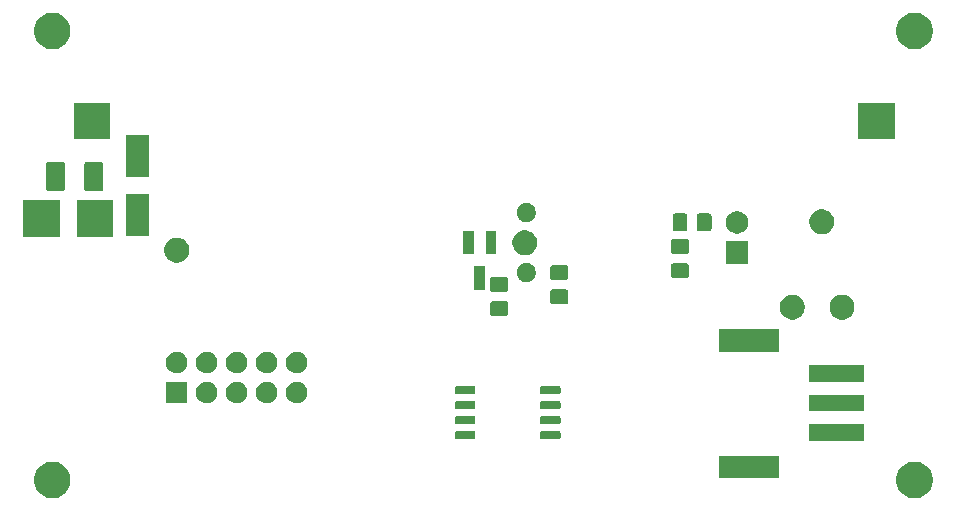
<source format=gbr>
G04 #@! TF.GenerationSoftware,KiCad,Pcbnew,(5.1.5-0-10_14)*
G04 #@! TF.CreationDate,2020-04-18T14:37:19+10:00*
G04 #@! TF.ProjectId,hrem,6872656d-2e6b-4696-9361-645f70636258,rev?*
G04 #@! TF.SameCoordinates,Original*
G04 #@! TF.FileFunction,Soldermask,Top*
G04 #@! TF.FilePolarity,Negative*
%FSLAX46Y46*%
G04 Gerber Fmt 4.6, Leading zero omitted, Abs format (unit mm)*
G04 Created by KiCad (PCBNEW (5.1.5-0-10_14)) date 2020-04-18 14:37:19*
%MOMM*%
%LPD*%
G04 APERTURE LIST*
%ADD10C,0.100000*%
G04 APERTURE END LIST*
D10*
G36*
X132611585Y-82833802D02*
G01*
X132761410Y-82863604D01*
X133043674Y-82980521D01*
X133297705Y-83150259D01*
X133513741Y-83366295D01*
X133683479Y-83620326D01*
X133800396Y-83902590D01*
X133860000Y-84202240D01*
X133860000Y-84507760D01*
X133800396Y-84807410D01*
X133683479Y-85089674D01*
X133513741Y-85343705D01*
X133297705Y-85559741D01*
X133043674Y-85729479D01*
X132761410Y-85846396D01*
X132611585Y-85876198D01*
X132461761Y-85906000D01*
X132156239Y-85906000D01*
X132006415Y-85876198D01*
X131856590Y-85846396D01*
X131574326Y-85729479D01*
X131320295Y-85559741D01*
X131104259Y-85343705D01*
X130934521Y-85089674D01*
X130817604Y-84807410D01*
X130758000Y-84507760D01*
X130758000Y-84202240D01*
X130817604Y-83902590D01*
X130934521Y-83620326D01*
X131104259Y-83366295D01*
X131320295Y-83150259D01*
X131574326Y-82980521D01*
X131856590Y-82863604D01*
X132006415Y-82833802D01*
X132156239Y-82804000D01*
X132461761Y-82804000D01*
X132611585Y-82833802D01*
G37*
G36*
X59611585Y-82833802D02*
G01*
X59761410Y-82863604D01*
X60043674Y-82980521D01*
X60297705Y-83150259D01*
X60513741Y-83366295D01*
X60683479Y-83620326D01*
X60800396Y-83902590D01*
X60860000Y-84202240D01*
X60860000Y-84507760D01*
X60800396Y-84807410D01*
X60683479Y-85089674D01*
X60513741Y-85343705D01*
X60297705Y-85559741D01*
X60043674Y-85729479D01*
X59761410Y-85846396D01*
X59611585Y-85876198D01*
X59461761Y-85906000D01*
X59156239Y-85906000D01*
X59006415Y-85876198D01*
X58856590Y-85846396D01*
X58574326Y-85729479D01*
X58320295Y-85559741D01*
X58104259Y-85343705D01*
X57934521Y-85089674D01*
X57817604Y-84807410D01*
X57758000Y-84507760D01*
X57758000Y-84202240D01*
X57817604Y-83902590D01*
X57934521Y-83620326D01*
X58104259Y-83366295D01*
X58320295Y-83150259D01*
X58574326Y-82980521D01*
X58856590Y-82863604D01*
X59006415Y-82833802D01*
X59156239Y-82804000D01*
X59461761Y-82804000D01*
X59611585Y-82833802D01*
G37*
G36*
X120863000Y-84202000D02*
G01*
X115761000Y-84202000D01*
X115761000Y-82300000D01*
X120863000Y-82300000D01*
X120863000Y-84202000D01*
G37*
G36*
X128013000Y-81052000D02*
G01*
X123411000Y-81052000D01*
X123411000Y-79650000D01*
X128013000Y-79650000D01*
X128013000Y-81052000D01*
G37*
G36*
X102257428Y-80233264D02*
G01*
X102278509Y-80239660D01*
X102297945Y-80250048D01*
X102314976Y-80264024D01*
X102328952Y-80281055D01*
X102339340Y-80300491D01*
X102345736Y-80321572D01*
X102348500Y-80349640D01*
X102348500Y-80813360D01*
X102345736Y-80841428D01*
X102339340Y-80862509D01*
X102328952Y-80881945D01*
X102314976Y-80898976D01*
X102297945Y-80912952D01*
X102278509Y-80923340D01*
X102257428Y-80929736D01*
X102229360Y-80932500D01*
X100765640Y-80932500D01*
X100737572Y-80929736D01*
X100716491Y-80923340D01*
X100697055Y-80912952D01*
X100680024Y-80898976D01*
X100666048Y-80881945D01*
X100655660Y-80862509D01*
X100649264Y-80841428D01*
X100646500Y-80813360D01*
X100646500Y-80349640D01*
X100649264Y-80321572D01*
X100655660Y-80300491D01*
X100666048Y-80281055D01*
X100680024Y-80264024D01*
X100697055Y-80250048D01*
X100716491Y-80239660D01*
X100737572Y-80233264D01*
X100765640Y-80230500D01*
X102229360Y-80230500D01*
X102257428Y-80233264D01*
G37*
G36*
X95057428Y-80233264D02*
G01*
X95078509Y-80239660D01*
X95097945Y-80250048D01*
X95114976Y-80264024D01*
X95128952Y-80281055D01*
X95139340Y-80300491D01*
X95145736Y-80321572D01*
X95148500Y-80349640D01*
X95148500Y-80813360D01*
X95145736Y-80841428D01*
X95139340Y-80862509D01*
X95128952Y-80881945D01*
X95114976Y-80898976D01*
X95097945Y-80912952D01*
X95078509Y-80923340D01*
X95057428Y-80929736D01*
X95029360Y-80932500D01*
X93565640Y-80932500D01*
X93537572Y-80929736D01*
X93516491Y-80923340D01*
X93497055Y-80912952D01*
X93480024Y-80898976D01*
X93466048Y-80881945D01*
X93455660Y-80862509D01*
X93449264Y-80841428D01*
X93446500Y-80813360D01*
X93446500Y-80349640D01*
X93449264Y-80321572D01*
X93455660Y-80300491D01*
X93466048Y-80281055D01*
X93480024Y-80264024D01*
X93497055Y-80250048D01*
X93516491Y-80239660D01*
X93537572Y-80233264D01*
X93565640Y-80230500D01*
X95029360Y-80230500D01*
X95057428Y-80233264D01*
G37*
G36*
X102257428Y-78963264D02*
G01*
X102278509Y-78969660D01*
X102297945Y-78980048D01*
X102314976Y-78994024D01*
X102328952Y-79011055D01*
X102339340Y-79030491D01*
X102345736Y-79051572D01*
X102348500Y-79079640D01*
X102348500Y-79543360D01*
X102345736Y-79571428D01*
X102339340Y-79592509D01*
X102328952Y-79611945D01*
X102314976Y-79628976D01*
X102297945Y-79642952D01*
X102278509Y-79653340D01*
X102257428Y-79659736D01*
X102229360Y-79662500D01*
X100765640Y-79662500D01*
X100737572Y-79659736D01*
X100716491Y-79653340D01*
X100697055Y-79642952D01*
X100680024Y-79628976D01*
X100666048Y-79611945D01*
X100655660Y-79592509D01*
X100649264Y-79571428D01*
X100646500Y-79543360D01*
X100646500Y-79079640D01*
X100649264Y-79051572D01*
X100655660Y-79030491D01*
X100666048Y-79011055D01*
X100680024Y-78994024D01*
X100697055Y-78980048D01*
X100716491Y-78969660D01*
X100737572Y-78963264D01*
X100765640Y-78960500D01*
X102229360Y-78960500D01*
X102257428Y-78963264D01*
G37*
G36*
X95057428Y-78963264D02*
G01*
X95078509Y-78969660D01*
X95097945Y-78980048D01*
X95114976Y-78994024D01*
X95128952Y-79011055D01*
X95139340Y-79030491D01*
X95145736Y-79051572D01*
X95148500Y-79079640D01*
X95148500Y-79543360D01*
X95145736Y-79571428D01*
X95139340Y-79592509D01*
X95128952Y-79611945D01*
X95114976Y-79628976D01*
X95097945Y-79642952D01*
X95078509Y-79653340D01*
X95057428Y-79659736D01*
X95029360Y-79662500D01*
X93565640Y-79662500D01*
X93537572Y-79659736D01*
X93516491Y-79653340D01*
X93497055Y-79642952D01*
X93480024Y-79628976D01*
X93466048Y-79611945D01*
X93455660Y-79592509D01*
X93449264Y-79571428D01*
X93446500Y-79543360D01*
X93446500Y-79079640D01*
X93449264Y-79051572D01*
X93455660Y-79030491D01*
X93466048Y-79011055D01*
X93480024Y-78994024D01*
X93497055Y-78980048D01*
X93516491Y-78969660D01*
X93537572Y-78963264D01*
X93565640Y-78960500D01*
X95029360Y-78960500D01*
X95057428Y-78963264D01*
G37*
G36*
X128013000Y-78552000D02*
G01*
X123411000Y-78552000D01*
X123411000Y-77150000D01*
X128013000Y-77150000D01*
X128013000Y-78552000D01*
G37*
G36*
X102257428Y-77693264D02*
G01*
X102278509Y-77699660D01*
X102297945Y-77710048D01*
X102314976Y-77724024D01*
X102328952Y-77741055D01*
X102339340Y-77760491D01*
X102345736Y-77781572D01*
X102348500Y-77809640D01*
X102348500Y-78273360D01*
X102345736Y-78301428D01*
X102339340Y-78322509D01*
X102328952Y-78341945D01*
X102314976Y-78358976D01*
X102297945Y-78372952D01*
X102278509Y-78383340D01*
X102257428Y-78389736D01*
X102229360Y-78392500D01*
X100765640Y-78392500D01*
X100737572Y-78389736D01*
X100716491Y-78383340D01*
X100697055Y-78372952D01*
X100680024Y-78358976D01*
X100666048Y-78341945D01*
X100655660Y-78322509D01*
X100649264Y-78301428D01*
X100646500Y-78273360D01*
X100646500Y-77809640D01*
X100649264Y-77781572D01*
X100655660Y-77760491D01*
X100666048Y-77741055D01*
X100680024Y-77724024D01*
X100697055Y-77710048D01*
X100716491Y-77699660D01*
X100737572Y-77693264D01*
X100765640Y-77690500D01*
X102229360Y-77690500D01*
X102257428Y-77693264D01*
G37*
G36*
X95057428Y-77693264D02*
G01*
X95078509Y-77699660D01*
X95097945Y-77710048D01*
X95114976Y-77724024D01*
X95128952Y-77741055D01*
X95139340Y-77760491D01*
X95145736Y-77781572D01*
X95148500Y-77809640D01*
X95148500Y-78273360D01*
X95145736Y-78301428D01*
X95139340Y-78322509D01*
X95128952Y-78341945D01*
X95114976Y-78358976D01*
X95097945Y-78372952D01*
X95078509Y-78383340D01*
X95057428Y-78389736D01*
X95029360Y-78392500D01*
X93565640Y-78392500D01*
X93537572Y-78389736D01*
X93516491Y-78383340D01*
X93497055Y-78372952D01*
X93480024Y-78358976D01*
X93466048Y-78341945D01*
X93455660Y-78322509D01*
X93449264Y-78301428D01*
X93446500Y-78273360D01*
X93446500Y-77809640D01*
X93449264Y-77781572D01*
X93455660Y-77760491D01*
X93466048Y-77741055D01*
X93480024Y-77724024D01*
X93497055Y-77710048D01*
X93516491Y-77699660D01*
X93537572Y-77693264D01*
X93565640Y-77690500D01*
X95029360Y-77690500D01*
X95057428Y-77693264D01*
G37*
G36*
X70764600Y-77876600D02*
G01*
X68935400Y-77876600D01*
X68935400Y-76047400D01*
X70764600Y-76047400D01*
X70764600Y-77876600D01*
G37*
G36*
X72656778Y-76082547D02*
G01*
X72823224Y-76151491D01*
X72973022Y-76251583D01*
X73100417Y-76378978D01*
X73200509Y-76528776D01*
X73269453Y-76695222D01*
X73304600Y-76871918D01*
X73304600Y-77052082D01*
X73269453Y-77228778D01*
X73200509Y-77395224D01*
X73100417Y-77545022D01*
X72973022Y-77672417D01*
X72823224Y-77772509D01*
X72656778Y-77841453D01*
X72480082Y-77876600D01*
X72299918Y-77876600D01*
X72123222Y-77841453D01*
X71956776Y-77772509D01*
X71806978Y-77672417D01*
X71679583Y-77545022D01*
X71579491Y-77395224D01*
X71510547Y-77228778D01*
X71475400Y-77052082D01*
X71475400Y-76871918D01*
X71510547Y-76695222D01*
X71579491Y-76528776D01*
X71679583Y-76378978D01*
X71806978Y-76251583D01*
X71956776Y-76151491D01*
X72123222Y-76082547D01*
X72299918Y-76047400D01*
X72480082Y-76047400D01*
X72656778Y-76082547D01*
G37*
G36*
X75196778Y-76082547D02*
G01*
X75363224Y-76151491D01*
X75513022Y-76251583D01*
X75640417Y-76378978D01*
X75740509Y-76528776D01*
X75809453Y-76695222D01*
X75844600Y-76871918D01*
X75844600Y-77052082D01*
X75809453Y-77228778D01*
X75740509Y-77395224D01*
X75640417Y-77545022D01*
X75513022Y-77672417D01*
X75363224Y-77772509D01*
X75196778Y-77841453D01*
X75020082Y-77876600D01*
X74839918Y-77876600D01*
X74663222Y-77841453D01*
X74496776Y-77772509D01*
X74346978Y-77672417D01*
X74219583Y-77545022D01*
X74119491Y-77395224D01*
X74050547Y-77228778D01*
X74015400Y-77052082D01*
X74015400Y-76871918D01*
X74050547Y-76695222D01*
X74119491Y-76528776D01*
X74219583Y-76378978D01*
X74346978Y-76251583D01*
X74496776Y-76151491D01*
X74663222Y-76082547D01*
X74839918Y-76047400D01*
X75020082Y-76047400D01*
X75196778Y-76082547D01*
G37*
G36*
X77736778Y-76082547D02*
G01*
X77903224Y-76151491D01*
X78053022Y-76251583D01*
X78180417Y-76378978D01*
X78280509Y-76528776D01*
X78349453Y-76695222D01*
X78384600Y-76871918D01*
X78384600Y-77052082D01*
X78349453Y-77228778D01*
X78280509Y-77395224D01*
X78180417Y-77545022D01*
X78053022Y-77672417D01*
X77903224Y-77772509D01*
X77736778Y-77841453D01*
X77560082Y-77876600D01*
X77379918Y-77876600D01*
X77203222Y-77841453D01*
X77036776Y-77772509D01*
X76886978Y-77672417D01*
X76759583Y-77545022D01*
X76659491Y-77395224D01*
X76590547Y-77228778D01*
X76555400Y-77052082D01*
X76555400Y-76871918D01*
X76590547Y-76695222D01*
X76659491Y-76528776D01*
X76759583Y-76378978D01*
X76886978Y-76251583D01*
X77036776Y-76151491D01*
X77203222Y-76082547D01*
X77379918Y-76047400D01*
X77560082Y-76047400D01*
X77736778Y-76082547D01*
G37*
G36*
X80276778Y-76082547D02*
G01*
X80443224Y-76151491D01*
X80593022Y-76251583D01*
X80720417Y-76378978D01*
X80820509Y-76528776D01*
X80889453Y-76695222D01*
X80924600Y-76871918D01*
X80924600Y-77052082D01*
X80889453Y-77228778D01*
X80820509Y-77395224D01*
X80720417Y-77545022D01*
X80593022Y-77672417D01*
X80443224Y-77772509D01*
X80276778Y-77841453D01*
X80100082Y-77876600D01*
X79919918Y-77876600D01*
X79743222Y-77841453D01*
X79576776Y-77772509D01*
X79426978Y-77672417D01*
X79299583Y-77545022D01*
X79199491Y-77395224D01*
X79130547Y-77228778D01*
X79095400Y-77052082D01*
X79095400Y-76871918D01*
X79130547Y-76695222D01*
X79199491Y-76528776D01*
X79299583Y-76378978D01*
X79426978Y-76251583D01*
X79576776Y-76151491D01*
X79743222Y-76082547D01*
X79919918Y-76047400D01*
X80100082Y-76047400D01*
X80276778Y-76082547D01*
G37*
G36*
X102257428Y-76423264D02*
G01*
X102278509Y-76429660D01*
X102297945Y-76440048D01*
X102314976Y-76454024D01*
X102328952Y-76471055D01*
X102339340Y-76490491D01*
X102345736Y-76511572D01*
X102348500Y-76539640D01*
X102348500Y-77003360D01*
X102345736Y-77031428D01*
X102339340Y-77052509D01*
X102328952Y-77071945D01*
X102314976Y-77088976D01*
X102297945Y-77102952D01*
X102278509Y-77113340D01*
X102257428Y-77119736D01*
X102229360Y-77122500D01*
X100765640Y-77122500D01*
X100737572Y-77119736D01*
X100716491Y-77113340D01*
X100697055Y-77102952D01*
X100680024Y-77088976D01*
X100666048Y-77071945D01*
X100655660Y-77052509D01*
X100649264Y-77031428D01*
X100646500Y-77003360D01*
X100646500Y-76539640D01*
X100649264Y-76511572D01*
X100655660Y-76490491D01*
X100666048Y-76471055D01*
X100680024Y-76454024D01*
X100697055Y-76440048D01*
X100716491Y-76429660D01*
X100737572Y-76423264D01*
X100765640Y-76420500D01*
X102229360Y-76420500D01*
X102257428Y-76423264D01*
G37*
G36*
X95057428Y-76423264D02*
G01*
X95078509Y-76429660D01*
X95097945Y-76440048D01*
X95114976Y-76454024D01*
X95128952Y-76471055D01*
X95139340Y-76490491D01*
X95145736Y-76511572D01*
X95148500Y-76539640D01*
X95148500Y-77003360D01*
X95145736Y-77031428D01*
X95139340Y-77052509D01*
X95128952Y-77071945D01*
X95114976Y-77088976D01*
X95097945Y-77102952D01*
X95078509Y-77113340D01*
X95057428Y-77119736D01*
X95029360Y-77122500D01*
X93565640Y-77122500D01*
X93537572Y-77119736D01*
X93516491Y-77113340D01*
X93497055Y-77102952D01*
X93480024Y-77088976D01*
X93466048Y-77071945D01*
X93455660Y-77052509D01*
X93449264Y-77031428D01*
X93446500Y-77003360D01*
X93446500Y-76539640D01*
X93449264Y-76511572D01*
X93455660Y-76490491D01*
X93466048Y-76471055D01*
X93480024Y-76454024D01*
X93497055Y-76440048D01*
X93516491Y-76429660D01*
X93537572Y-76423264D01*
X93565640Y-76420500D01*
X95029360Y-76420500D01*
X95057428Y-76423264D01*
G37*
G36*
X128013000Y-76052000D02*
G01*
X123411000Y-76052000D01*
X123411000Y-74650000D01*
X128013000Y-74650000D01*
X128013000Y-76052000D01*
G37*
G36*
X70116778Y-73542547D02*
G01*
X70283224Y-73611491D01*
X70433022Y-73711583D01*
X70560417Y-73838978D01*
X70660509Y-73988776D01*
X70729453Y-74155222D01*
X70764600Y-74331918D01*
X70764600Y-74512082D01*
X70729453Y-74688778D01*
X70660509Y-74855224D01*
X70560417Y-75005022D01*
X70433022Y-75132417D01*
X70283224Y-75232509D01*
X70116778Y-75301453D01*
X69940082Y-75336600D01*
X69759918Y-75336600D01*
X69583222Y-75301453D01*
X69416776Y-75232509D01*
X69266978Y-75132417D01*
X69139583Y-75005022D01*
X69039491Y-74855224D01*
X68970547Y-74688778D01*
X68935400Y-74512082D01*
X68935400Y-74331918D01*
X68970547Y-74155222D01*
X69039491Y-73988776D01*
X69139583Y-73838978D01*
X69266978Y-73711583D01*
X69416776Y-73611491D01*
X69583222Y-73542547D01*
X69759918Y-73507400D01*
X69940082Y-73507400D01*
X70116778Y-73542547D01*
G37*
G36*
X80276778Y-73542547D02*
G01*
X80443224Y-73611491D01*
X80593022Y-73711583D01*
X80720417Y-73838978D01*
X80820509Y-73988776D01*
X80889453Y-74155222D01*
X80924600Y-74331918D01*
X80924600Y-74512082D01*
X80889453Y-74688778D01*
X80820509Y-74855224D01*
X80720417Y-75005022D01*
X80593022Y-75132417D01*
X80443224Y-75232509D01*
X80276778Y-75301453D01*
X80100082Y-75336600D01*
X79919918Y-75336600D01*
X79743222Y-75301453D01*
X79576776Y-75232509D01*
X79426978Y-75132417D01*
X79299583Y-75005022D01*
X79199491Y-74855224D01*
X79130547Y-74688778D01*
X79095400Y-74512082D01*
X79095400Y-74331918D01*
X79130547Y-74155222D01*
X79199491Y-73988776D01*
X79299583Y-73838978D01*
X79426978Y-73711583D01*
X79576776Y-73611491D01*
X79743222Y-73542547D01*
X79919918Y-73507400D01*
X80100082Y-73507400D01*
X80276778Y-73542547D01*
G37*
G36*
X77736778Y-73542547D02*
G01*
X77903224Y-73611491D01*
X78053022Y-73711583D01*
X78180417Y-73838978D01*
X78280509Y-73988776D01*
X78349453Y-74155222D01*
X78384600Y-74331918D01*
X78384600Y-74512082D01*
X78349453Y-74688778D01*
X78280509Y-74855224D01*
X78180417Y-75005022D01*
X78053022Y-75132417D01*
X77903224Y-75232509D01*
X77736778Y-75301453D01*
X77560082Y-75336600D01*
X77379918Y-75336600D01*
X77203222Y-75301453D01*
X77036776Y-75232509D01*
X76886978Y-75132417D01*
X76759583Y-75005022D01*
X76659491Y-74855224D01*
X76590547Y-74688778D01*
X76555400Y-74512082D01*
X76555400Y-74331918D01*
X76590547Y-74155222D01*
X76659491Y-73988776D01*
X76759583Y-73838978D01*
X76886978Y-73711583D01*
X77036776Y-73611491D01*
X77203222Y-73542547D01*
X77379918Y-73507400D01*
X77560082Y-73507400D01*
X77736778Y-73542547D01*
G37*
G36*
X75196778Y-73542547D02*
G01*
X75363224Y-73611491D01*
X75513022Y-73711583D01*
X75640417Y-73838978D01*
X75740509Y-73988776D01*
X75809453Y-74155222D01*
X75844600Y-74331918D01*
X75844600Y-74512082D01*
X75809453Y-74688778D01*
X75740509Y-74855224D01*
X75640417Y-75005022D01*
X75513022Y-75132417D01*
X75363224Y-75232509D01*
X75196778Y-75301453D01*
X75020082Y-75336600D01*
X74839918Y-75336600D01*
X74663222Y-75301453D01*
X74496776Y-75232509D01*
X74346978Y-75132417D01*
X74219583Y-75005022D01*
X74119491Y-74855224D01*
X74050547Y-74688778D01*
X74015400Y-74512082D01*
X74015400Y-74331918D01*
X74050547Y-74155222D01*
X74119491Y-73988776D01*
X74219583Y-73838978D01*
X74346978Y-73711583D01*
X74496776Y-73611491D01*
X74663222Y-73542547D01*
X74839918Y-73507400D01*
X75020082Y-73507400D01*
X75196778Y-73542547D01*
G37*
G36*
X72656778Y-73542547D02*
G01*
X72823224Y-73611491D01*
X72973022Y-73711583D01*
X73100417Y-73838978D01*
X73200509Y-73988776D01*
X73269453Y-74155222D01*
X73304600Y-74331918D01*
X73304600Y-74512082D01*
X73269453Y-74688778D01*
X73200509Y-74855224D01*
X73100417Y-75005022D01*
X72973022Y-75132417D01*
X72823224Y-75232509D01*
X72656778Y-75301453D01*
X72480082Y-75336600D01*
X72299918Y-75336600D01*
X72123222Y-75301453D01*
X71956776Y-75232509D01*
X71806978Y-75132417D01*
X71679583Y-75005022D01*
X71579491Y-74855224D01*
X71510547Y-74688778D01*
X71475400Y-74512082D01*
X71475400Y-74331918D01*
X71510547Y-74155222D01*
X71579491Y-73988776D01*
X71679583Y-73838978D01*
X71806978Y-73711583D01*
X71956776Y-73611491D01*
X72123222Y-73542547D01*
X72299918Y-73507400D01*
X72480082Y-73507400D01*
X72656778Y-73542547D01*
G37*
G36*
X120863000Y-73502000D02*
G01*
X115761000Y-73502000D01*
X115761000Y-71600000D01*
X120863000Y-71600000D01*
X120863000Y-73502000D01*
G37*
G36*
X122290064Y-68712389D02*
G01*
X122481333Y-68791615D01*
X122481335Y-68791616D01*
X122653473Y-68906635D01*
X122799865Y-69053027D01*
X122914106Y-69224000D01*
X122914885Y-69225167D01*
X122994111Y-69416436D01*
X123034500Y-69619484D01*
X123034500Y-69826516D01*
X122994111Y-70029564D01*
X122921929Y-70203827D01*
X122914884Y-70220835D01*
X122799865Y-70392973D01*
X122653473Y-70539365D01*
X122481335Y-70654384D01*
X122481334Y-70654385D01*
X122481333Y-70654385D01*
X122290064Y-70733611D01*
X122087016Y-70774000D01*
X121879984Y-70774000D01*
X121676936Y-70733611D01*
X121485667Y-70654385D01*
X121485666Y-70654385D01*
X121485665Y-70654384D01*
X121313527Y-70539365D01*
X121167135Y-70392973D01*
X121052116Y-70220835D01*
X121045071Y-70203827D01*
X120972889Y-70029564D01*
X120932500Y-69826516D01*
X120932500Y-69619484D01*
X120972889Y-69416436D01*
X121052115Y-69225167D01*
X121052895Y-69224000D01*
X121167135Y-69053027D01*
X121313527Y-68906635D01*
X121485665Y-68791616D01*
X121485667Y-68791615D01*
X121676936Y-68712389D01*
X121879984Y-68672000D01*
X122087016Y-68672000D01*
X122290064Y-68712389D01*
G37*
G36*
X126481064Y-68712389D02*
G01*
X126672333Y-68791615D01*
X126672335Y-68791616D01*
X126844473Y-68906635D01*
X126990865Y-69053027D01*
X127105106Y-69224000D01*
X127105885Y-69225167D01*
X127185111Y-69416436D01*
X127225500Y-69619484D01*
X127225500Y-69826516D01*
X127185111Y-70029564D01*
X127112929Y-70203827D01*
X127105884Y-70220835D01*
X126990865Y-70392973D01*
X126844473Y-70539365D01*
X126672335Y-70654384D01*
X126672334Y-70654385D01*
X126672333Y-70654385D01*
X126481064Y-70733611D01*
X126278016Y-70774000D01*
X126070984Y-70774000D01*
X125867936Y-70733611D01*
X125676667Y-70654385D01*
X125676666Y-70654385D01*
X125676665Y-70654384D01*
X125504527Y-70539365D01*
X125358135Y-70392973D01*
X125243116Y-70220835D01*
X125236071Y-70203827D01*
X125163889Y-70029564D01*
X125123500Y-69826516D01*
X125123500Y-69619484D01*
X125163889Y-69416436D01*
X125243115Y-69225167D01*
X125243895Y-69224000D01*
X125358135Y-69053027D01*
X125504527Y-68906635D01*
X125676665Y-68791616D01*
X125676667Y-68791615D01*
X125867936Y-68712389D01*
X126070984Y-68672000D01*
X126278016Y-68672000D01*
X126481064Y-68712389D01*
G37*
G36*
X97743674Y-69228465D02*
G01*
X97781367Y-69239899D01*
X97816103Y-69258466D01*
X97846548Y-69283452D01*
X97871534Y-69313897D01*
X97890101Y-69348633D01*
X97901535Y-69386326D01*
X97906000Y-69431661D01*
X97906000Y-70268339D01*
X97901535Y-70313674D01*
X97890101Y-70351367D01*
X97871534Y-70386103D01*
X97846548Y-70416548D01*
X97816103Y-70441534D01*
X97781367Y-70460101D01*
X97743674Y-70471535D01*
X97698339Y-70476000D01*
X96611661Y-70476000D01*
X96566326Y-70471535D01*
X96528633Y-70460101D01*
X96493897Y-70441534D01*
X96463452Y-70416548D01*
X96438466Y-70386103D01*
X96419899Y-70351367D01*
X96408465Y-70313674D01*
X96404000Y-70268339D01*
X96404000Y-69431661D01*
X96408465Y-69386326D01*
X96419899Y-69348633D01*
X96438466Y-69313897D01*
X96463452Y-69283452D01*
X96493897Y-69258466D01*
X96528633Y-69239899D01*
X96566326Y-69228465D01*
X96611661Y-69224000D01*
X97698339Y-69224000D01*
X97743674Y-69228465D01*
G37*
G36*
X102823674Y-68230465D02*
G01*
X102861367Y-68241899D01*
X102896103Y-68260466D01*
X102926548Y-68285452D01*
X102951534Y-68315897D01*
X102970101Y-68350633D01*
X102981535Y-68388326D01*
X102986000Y-68433661D01*
X102986000Y-69270339D01*
X102981535Y-69315674D01*
X102970101Y-69353367D01*
X102951534Y-69388103D01*
X102926548Y-69418548D01*
X102896103Y-69443534D01*
X102861367Y-69462101D01*
X102823674Y-69473535D01*
X102778339Y-69478000D01*
X101691661Y-69478000D01*
X101646326Y-69473535D01*
X101608633Y-69462101D01*
X101573897Y-69443534D01*
X101543452Y-69418548D01*
X101518466Y-69388103D01*
X101499899Y-69353367D01*
X101488465Y-69315674D01*
X101484000Y-69270339D01*
X101484000Y-68433661D01*
X101488465Y-68388326D01*
X101499899Y-68350633D01*
X101518466Y-68315897D01*
X101543452Y-68285452D01*
X101573897Y-68260466D01*
X101608633Y-68241899D01*
X101646326Y-68230465D01*
X101691661Y-68226000D01*
X102778339Y-68226000D01*
X102823674Y-68230465D01*
G37*
G36*
X97743674Y-67178465D02*
G01*
X97781367Y-67189899D01*
X97816103Y-67208466D01*
X97846548Y-67233452D01*
X97871534Y-67263897D01*
X97890101Y-67298633D01*
X97901535Y-67336326D01*
X97906000Y-67381661D01*
X97906000Y-68218339D01*
X97901535Y-68263674D01*
X97890101Y-68301367D01*
X97871534Y-68336103D01*
X97846548Y-68366548D01*
X97816103Y-68391534D01*
X97781367Y-68410101D01*
X97743674Y-68421535D01*
X97698339Y-68426000D01*
X96611661Y-68426000D01*
X96566326Y-68421535D01*
X96528633Y-68410101D01*
X96493897Y-68391534D01*
X96463452Y-68366548D01*
X96438466Y-68336103D01*
X96419899Y-68301367D01*
X96408465Y-68263674D01*
X96404000Y-68218339D01*
X96404000Y-67381661D01*
X96408465Y-67336326D01*
X96419899Y-67298633D01*
X96438466Y-67263897D01*
X96463452Y-67233452D01*
X96493897Y-67208466D01*
X96528633Y-67189899D01*
X96566326Y-67178465D01*
X96611661Y-67174000D01*
X97698339Y-67174000D01*
X97743674Y-67178465D01*
G37*
G36*
X95955000Y-68263000D02*
G01*
X95053000Y-68263000D01*
X95053000Y-66261000D01*
X95955000Y-66261000D01*
X95955000Y-68263000D01*
G37*
G36*
X99678142Y-66020242D02*
G01*
X99826101Y-66081529D01*
X99959255Y-66170499D01*
X100072501Y-66283745D01*
X100161471Y-66416899D01*
X100222758Y-66564858D01*
X100254000Y-66721925D01*
X100254000Y-66882075D01*
X100222758Y-67039142D01*
X100161471Y-67187101D01*
X100072501Y-67320255D01*
X99959255Y-67433501D01*
X99826101Y-67522471D01*
X99678142Y-67583758D01*
X99521075Y-67615000D01*
X99360925Y-67615000D01*
X99203858Y-67583758D01*
X99055899Y-67522471D01*
X98922745Y-67433501D01*
X98809499Y-67320255D01*
X98720529Y-67187101D01*
X98659242Y-67039142D01*
X98628000Y-66882075D01*
X98628000Y-66721925D01*
X98659242Y-66564858D01*
X98720529Y-66416899D01*
X98809499Y-66283745D01*
X98922745Y-66170499D01*
X99055899Y-66081529D01*
X99203858Y-66020242D01*
X99360925Y-65989000D01*
X99521075Y-65989000D01*
X99678142Y-66020242D01*
G37*
G36*
X102823674Y-66180465D02*
G01*
X102861367Y-66191899D01*
X102896103Y-66210466D01*
X102926548Y-66235452D01*
X102951534Y-66265897D01*
X102970101Y-66300633D01*
X102981535Y-66338326D01*
X102986000Y-66383661D01*
X102986000Y-67220339D01*
X102981535Y-67265674D01*
X102970101Y-67303367D01*
X102951534Y-67338103D01*
X102926548Y-67368548D01*
X102896103Y-67393534D01*
X102861367Y-67412101D01*
X102823674Y-67423535D01*
X102778339Y-67428000D01*
X101691661Y-67428000D01*
X101646326Y-67423535D01*
X101608633Y-67412101D01*
X101573897Y-67393534D01*
X101543452Y-67368548D01*
X101518466Y-67338103D01*
X101499899Y-67303367D01*
X101488465Y-67265674D01*
X101484000Y-67220339D01*
X101484000Y-66383661D01*
X101488465Y-66338326D01*
X101499899Y-66300633D01*
X101518466Y-66265897D01*
X101543452Y-66235452D01*
X101573897Y-66210466D01*
X101608633Y-66191899D01*
X101646326Y-66180465D01*
X101691661Y-66176000D01*
X102778339Y-66176000D01*
X102823674Y-66180465D01*
G37*
G36*
X113047174Y-66007965D02*
G01*
X113084867Y-66019399D01*
X113119603Y-66037966D01*
X113150048Y-66062952D01*
X113175034Y-66093397D01*
X113193601Y-66128133D01*
X113205035Y-66165826D01*
X113209500Y-66211161D01*
X113209500Y-67047839D01*
X113205035Y-67093174D01*
X113193601Y-67130867D01*
X113175034Y-67165603D01*
X113150048Y-67196048D01*
X113119603Y-67221034D01*
X113084867Y-67239601D01*
X113047174Y-67251035D01*
X113001839Y-67255500D01*
X111915161Y-67255500D01*
X111869826Y-67251035D01*
X111832133Y-67239601D01*
X111797397Y-67221034D01*
X111766952Y-67196048D01*
X111741966Y-67165603D01*
X111723399Y-67130867D01*
X111711965Y-67093174D01*
X111707500Y-67047839D01*
X111707500Y-66211161D01*
X111711965Y-66165826D01*
X111723399Y-66128133D01*
X111741966Y-66093397D01*
X111766952Y-66062952D01*
X111797397Y-66037966D01*
X111832133Y-66019399D01*
X111869826Y-66007965D01*
X111915161Y-66003500D01*
X113001839Y-66003500D01*
X113047174Y-66007965D01*
G37*
G36*
X118235500Y-66038500D02*
G01*
X116333500Y-66038500D01*
X116333500Y-64136500D01*
X118235500Y-64136500D01*
X118235500Y-66038500D01*
G37*
G36*
X70156564Y-63886389D02*
G01*
X70329364Y-63957965D01*
X70347835Y-63965616D01*
X70381284Y-63987966D01*
X70519973Y-64080635D01*
X70666365Y-64227027D01*
X70781385Y-64399167D01*
X70860611Y-64590436D01*
X70901000Y-64793484D01*
X70901000Y-65000516D01*
X70860611Y-65203564D01*
X70815281Y-65313000D01*
X70781384Y-65394835D01*
X70666365Y-65566973D01*
X70519973Y-65713365D01*
X70347835Y-65828384D01*
X70347834Y-65828385D01*
X70347833Y-65828385D01*
X70156564Y-65907611D01*
X69953516Y-65948000D01*
X69746484Y-65948000D01*
X69543436Y-65907611D01*
X69352167Y-65828385D01*
X69352166Y-65828385D01*
X69352165Y-65828384D01*
X69180027Y-65713365D01*
X69033635Y-65566973D01*
X68918616Y-65394835D01*
X68884719Y-65313000D01*
X68839389Y-65203564D01*
X68799000Y-65000516D01*
X68799000Y-64793484D01*
X68839389Y-64590436D01*
X68918615Y-64399167D01*
X69033635Y-64227027D01*
X69180027Y-64080635D01*
X69318716Y-63987966D01*
X69352165Y-63965616D01*
X69370636Y-63957965D01*
X69543436Y-63886389D01*
X69746484Y-63846000D01*
X69953516Y-63846000D01*
X70156564Y-63886389D01*
G37*
G36*
X99620564Y-63251389D02*
G01*
X99811833Y-63330615D01*
X99811835Y-63330616D01*
X99901106Y-63390265D01*
X99983973Y-63445635D01*
X100130365Y-63592027D01*
X100245385Y-63764167D01*
X100324611Y-63955436D01*
X100365000Y-64158484D01*
X100365000Y-64365516D01*
X100324611Y-64568564D01*
X100315551Y-64590436D01*
X100245384Y-64759835D01*
X100130365Y-64931973D01*
X99983973Y-65078365D01*
X99811835Y-65193384D01*
X99811834Y-65193385D01*
X99811833Y-65193385D01*
X99620564Y-65272611D01*
X99417516Y-65313000D01*
X99210484Y-65313000D01*
X99007436Y-65272611D01*
X98816167Y-65193385D01*
X98816166Y-65193385D01*
X98816165Y-65193384D01*
X98644027Y-65078365D01*
X98497635Y-64931973D01*
X98382616Y-64759835D01*
X98312449Y-64590436D01*
X98303389Y-64568564D01*
X98263000Y-64365516D01*
X98263000Y-64158484D01*
X98303389Y-63955436D01*
X98382615Y-63764167D01*
X98497635Y-63592027D01*
X98644027Y-63445635D01*
X98726894Y-63390265D01*
X98816165Y-63330616D01*
X98816167Y-63330615D01*
X99007436Y-63251389D01*
X99210484Y-63211000D01*
X99417516Y-63211000D01*
X99620564Y-63251389D01*
G37*
G36*
X95005000Y-65263000D02*
G01*
X94103000Y-65263000D01*
X94103000Y-63261000D01*
X95005000Y-63261000D01*
X95005000Y-65263000D01*
G37*
G36*
X96905000Y-65263000D02*
G01*
X96003000Y-65263000D01*
X96003000Y-63261000D01*
X96905000Y-63261000D01*
X96905000Y-65263000D01*
G37*
G36*
X113047174Y-63957965D02*
G01*
X113084867Y-63969399D01*
X113119603Y-63987966D01*
X113150048Y-64012952D01*
X113175034Y-64043397D01*
X113193601Y-64078133D01*
X113205035Y-64115826D01*
X113209500Y-64161161D01*
X113209500Y-64997839D01*
X113205035Y-65043174D01*
X113193601Y-65080867D01*
X113175034Y-65115603D01*
X113150048Y-65146048D01*
X113119603Y-65171034D01*
X113084867Y-65189601D01*
X113047174Y-65201035D01*
X113001839Y-65205500D01*
X111915161Y-65205500D01*
X111869826Y-65201035D01*
X111832133Y-65189601D01*
X111797397Y-65171034D01*
X111766952Y-65146048D01*
X111741966Y-65115603D01*
X111723399Y-65080867D01*
X111711965Y-65043174D01*
X111707500Y-64997839D01*
X111707500Y-64161161D01*
X111711965Y-64115826D01*
X111723399Y-64078133D01*
X111741966Y-64043397D01*
X111766952Y-64012952D01*
X111797397Y-63987966D01*
X111832133Y-63969399D01*
X111869826Y-63957965D01*
X111915161Y-63953500D01*
X113001839Y-63953500D01*
X113047174Y-63957965D01*
G37*
G36*
X64471000Y-63781000D02*
G01*
X61369000Y-63781000D01*
X61369000Y-60679000D01*
X64471000Y-60679000D01*
X64471000Y-63781000D01*
G37*
G36*
X59971000Y-63781000D02*
G01*
X56869000Y-63781000D01*
X56869000Y-60679000D01*
X59971000Y-60679000D01*
X59971000Y-63781000D01*
G37*
G36*
X67499000Y-63737000D02*
G01*
X65597000Y-63737000D01*
X65597000Y-60135000D01*
X67499000Y-60135000D01*
X67499000Y-63737000D01*
G37*
G36*
X124766564Y-61473389D02*
G01*
X124957833Y-61552615D01*
X124957835Y-61552616D01*
X125129973Y-61667635D01*
X125276365Y-61814027D01*
X125373117Y-61958826D01*
X125391385Y-61986167D01*
X125470611Y-62177436D01*
X125511000Y-62380484D01*
X125511000Y-62587516D01*
X125470611Y-62790564D01*
X125456390Y-62824896D01*
X125391384Y-62981835D01*
X125276365Y-63153973D01*
X125129973Y-63300365D01*
X124957835Y-63415384D01*
X124957834Y-63415385D01*
X124957833Y-63415385D01*
X124766564Y-63494611D01*
X124563516Y-63535000D01*
X124356484Y-63535000D01*
X124153436Y-63494611D01*
X123962167Y-63415385D01*
X123962166Y-63415385D01*
X123962165Y-63415384D01*
X123790027Y-63300365D01*
X123643635Y-63153973D01*
X123528616Y-62981835D01*
X123463610Y-62824896D01*
X123449389Y-62790564D01*
X123409000Y-62587516D01*
X123409000Y-62380484D01*
X123449389Y-62177436D01*
X123528615Y-61986167D01*
X123546884Y-61958826D01*
X123643635Y-61814027D01*
X123790027Y-61667635D01*
X123962165Y-61552616D01*
X123962167Y-61552615D01*
X124153436Y-61473389D01*
X124356484Y-61433000D01*
X124563516Y-61433000D01*
X124766564Y-61473389D01*
G37*
G36*
X117561895Y-61633046D02*
G01*
X117734966Y-61704734D01*
X117734967Y-61704735D01*
X117890727Y-61808810D01*
X118023190Y-61941273D01*
X118035130Y-61959143D01*
X118127266Y-62097034D01*
X118198954Y-62270105D01*
X118235500Y-62453833D01*
X118235500Y-62641167D01*
X118198954Y-62824895D01*
X118127266Y-62997966D01*
X118127265Y-62997967D01*
X118023190Y-63153727D01*
X117890727Y-63286190D01*
X117824240Y-63330615D01*
X117734966Y-63390266D01*
X117561895Y-63461954D01*
X117378167Y-63498500D01*
X117190833Y-63498500D01*
X117007105Y-63461954D01*
X116834034Y-63390266D01*
X116744760Y-63330615D01*
X116678273Y-63286190D01*
X116545810Y-63153727D01*
X116441735Y-62997967D01*
X116441734Y-62997966D01*
X116370046Y-62824895D01*
X116333500Y-62641167D01*
X116333500Y-62453833D01*
X116370046Y-62270105D01*
X116441734Y-62097034D01*
X116533870Y-61959143D01*
X116545810Y-61941273D01*
X116678273Y-61808810D01*
X116834033Y-61704735D01*
X116834034Y-61704734D01*
X117007105Y-61633046D01*
X117190833Y-61596500D01*
X117378167Y-61596500D01*
X117561895Y-61633046D01*
G37*
G36*
X112922174Y-61800965D02*
G01*
X112959867Y-61812399D01*
X112994603Y-61830966D01*
X113025048Y-61855952D01*
X113050034Y-61886397D01*
X113068601Y-61921133D01*
X113080035Y-61958826D01*
X113084500Y-62004161D01*
X113084500Y-63090839D01*
X113080035Y-63136174D01*
X113068601Y-63173867D01*
X113050034Y-63208603D01*
X113025048Y-63239048D01*
X112994603Y-63264034D01*
X112959867Y-63282601D01*
X112922174Y-63294035D01*
X112876839Y-63298500D01*
X112040161Y-63298500D01*
X111994826Y-63294035D01*
X111957133Y-63282601D01*
X111922397Y-63264034D01*
X111891952Y-63239048D01*
X111866966Y-63208603D01*
X111848399Y-63173867D01*
X111836965Y-63136174D01*
X111832500Y-63090839D01*
X111832500Y-62004161D01*
X111836965Y-61958826D01*
X111848399Y-61921133D01*
X111866966Y-61886397D01*
X111891952Y-61855952D01*
X111922397Y-61830966D01*
X111957133Y-61812399D01*
X111994826Y-61800965D01*
X112040161Y-61796500D01*
X112876839Y-61796500D01*
X112922174Y-61800965D01*
G37*
G36*
X114972174Y-61800965D02*
G01*
X115009867Y-61812399D01*
X115044603Y-61830966D01*
X115075048Y-61855952D01*
X115100034Y-61886397D01*
X115118601Y-61921133D01*
X115130035Y-61958826D01*
X115134500Y-62004161D01*
X115134500Y-63090839D01*
X115130035Y-63136174D01*
X115118601Y-63173867D01*
X115100034Y-63208603D01*
X115075048Y-63239048D01*
X115044603Y-63264034D01*
X115009867Y-63282601D01*
X114972174Y-63294035D01*
X114926839Y-63298500D01*
X114090161Y-63298500D01*
X114044826Y-63294035D01*
X114007133Y-63282601D01*
X113972397Y-63264034D01*
X113941952Y-63239048D01*
X113916966Y-63208603D01*
X113898399Y-63173867D01*
X113886965Y-63136174D01*
X113882500Y-63090839D01*
X113882500Y-62004161D01*
X113886965Y-61958826D01*
X113898399Y-61921133D01*
X113916966Y-61886397D01*
X113941952Y-61855952D01*
X113972397Y-61830966D01*
X114007133Y-61812399D01*
X114044826Y-61800965D01*
X114090161Y-61796500D01*
X114926839Y-61796500D01*
X114972174Y-61800965D01*
G37*
G36*
X99678142Y-60940242D02*
G01*
X99826101Y-61001529D01*
X99959255Y-61090499D01*
X100072501Y-61203745D01*
X100161471Y-61336899D01*
X100222758Y-61484858D01*
X100254000Y-61641925D01*
X100254000Y-61802075D01*
X100222758Y-61959142D01*
X100161471Y-62107101D01*
X100072501Y-62240255D01*
X99959255Y-62353501D01*
X99826101Y-62442471D01*
X99678142Y-62503758D01*
X99521075Y-62535000D01*
X99360925Y-62535000D01*
X99203858Y-62503758D01*
X99055899Y-62442471D01*
X98922745Y-62353501D01*
X98809499Y-62240255D01*
X98720529Y-62107101D01*
X98659242Y-61959142D01*
X98628000Y-61802075D01*
X98628000Y-61641925D01*
X98659242Y-61484858D01*
X98720529Y-61336899D01*
X98809499Y-61203745D01*
X98922745Y-61090499D01*
X99055899Y-61001529D01*
X99203858Y-60940242D01*
X99360925Y-60909000D01*
X99521075Y-60909000D01*
X99678142Y-60940242D01*
G37*
G36*
X63492048Y-57452122D02*
G01*
X63526387Y-57462539D01*
X63558036Y-57479456D01*
X63585778Y-57502222D01*
X63608544Y-57529964D01*
X63625461Y-57561613D01*
X63635878Y-57595952D01*
X63640000Y-57637807D01*
X63640000Y-59710193D01*
X63635878Y-59752048D01*
X63625461Y-59786387D01*
X63608544Y-59818036D01*
X63585778Y-59845778D01*
X63558036Y-59868544D01*
X63526387Y-59885461D01*
X63492048Y-59895878D01*
X63450193Y-59900000D01*
X62227807Y-59900000D01*
X62185952Y-59895878D01*
X62151613Y-59885461D01*
X62119964Y-59868544D01*
X62092222Y-59845778D01*
X62069456Y-59818036D01*
X62052539Y-59786387D01*
X62042122Y-59752048D01*
X62038000Y-59710193D01*
X62038000Y-57637807D01*
X62042122Y-57595952D01*
X62052539Y-57561613D01*
X62069456Y-57529964D01*
X62092222Y-57502222D01*
X62119964Y-57479456D01*
X62151613Y-57462539D01*
X62185952Y-57452122D01*
X62227807Y-57448000D01*
X63450193Y-57448000D01*
X63492048Y-57452122D01*
G37*
G36*
X60242048Y-57452122D02*
G01*
X60276387Y-57462539D01*
X60308036Y-57479456D01*
X60335778Y-57502222D01*
X60358544Y-57529964D01*
X60375461Y-57561613D01*
X60385878Y-57595952D01*
X60390000Y-57637807D01*
X60390000Y-59710193D01*
X60385878Y-59752048D01*
X60375461Y-59786387D01*
X60358544Y-59818036D01*
X60335778Y-59845778D01*
X60308036Y-59868544D01*
X60276387Y-59885461D01*
X60242048Y-59895878D01*
X60200193Y-59900000D01*
X58977807Y-59900000D01*
X58935952Y-59895878D01*
X58901613Y-59885461D01*
X58869964Y-59868544D01*
X58842222Y-59845778D01*
X58819456Y-59818036D01*
X58802539Y-59786387D01*
X58792122Y-59752048D01*
X58788000Y-59710193D01*
X58788000Y-57637807D01*
X58792122Y-57595952D01*
X58802539Y-57561613D01*
X58819456Y-57529964D01*
X58842222Y-57502222D01*
X58869964Y-57479456D01*
X58901613Y-57462539D01*
X58935952Y-57452122D01*
X58977807Y-57448000D01*
X60200193Y-57448000D01*
X60242048Y-57452122D01*
G37*
G36*
X67499000Y-58737000D02*
G01*
X65597000Y-58737000D01*
X65597000Y-55135000D01*
X67499000Y-55135000D01*
X67499000Y-58737000D01*
G37*
G36*
X64226000Y-55526000D02*
G01*
X61124000Y-55526000D01*
X61124000Y-52424000D01*
X64226000Y-52424000D01*
X64226000Y-55526000D01*
G37*
G36*
X130646000Y-55526000D02*
G01*
X127544000Y-55526000D01*
X127544000Y-52424000D01*
X130646000Y-52424000D01*
X130646000Y-55526000D01*
G37*
G36*
X59611585Y-44833802D02*
G01*
X59761410Y-44863604D01*
X60043674Y-44980521D01*
X60297705Y-45150259D01*
X60513741Y-45366295D01*
X60683479Y-45620326D01*
X60800396Y-45902590D01*
X60860000Y-46202240D01*
X60860000Y-46507760D01*
X60800396Y-46807410D01*
X60683479Y-47089674D01*
X60513741Y-47343705D01*
X60297705Y-47559741D01*
X60043674Y-47729479D01*
X59761410Y-47846396D01*
X59611585Y-47876198D01*
X59461761Y-47906000D01*
X59156239Y-47906000D01*
X59006415Y-47876198D01*
X58856590Y-47846396D01*
X58574326Y-47729479D01*
X58320295Y-47559741D01*
X58104259Y-47343705D01*
X57934521Y-47089674D01*
X57817604Y-46807410D01*
X57758000Y-46507760D01*
X57758000Y-46202240D01*
X57817604Y-45902590D01*
X57934521Y-45620326D01*
X58104259Y-45366295D01*
X58320295Y-45150259D01*
X58574326Y-44980521D01*
X58856590Y-44863604D01*
X59006415Y-44833802D01*
X59156239Y-44804000D01*
X59461761Y-44804000D01*
X59611585Y-44833802D01*
G37*
G36*
X132611585Y-44833802D02*
G01*
X132761410Y-44863604D01*
X133043674Y-44980521D01*
X133297705Y-45150259D01*
X133513741Y-45366295D01*
X133683479Y-45620326D01*
X133800396Y-45902590D01*
X133860000Y-46202240D01*
X133860000Y-46507760D01*
X133800396Y-46807410D01*
X133683479Y-47089674D01*
X133513741Y-47343705D01*
X133297705Y-47559741D01*
X133043674Y-47729479D01*
X132761410Y-47846396D01*
X132611585Y-47876198D01*
X132461761Y-47906000D01*
X132156239Y-47906000D01*
X132006415Y-47876198D01*
X131856590Y-47846396D01*
X131574326Y-47729479D01*
X131320295Y-47559741D01*
X131104259Y-47343705D01*
X130934521Y-47089674D01*
X130817604Y-46807410D01*
X130758000Y-46507760D01*
X130758000Y-46202240D01*
X130817604Y-45902590D01*
X130934521Y-45620326D01*
X131104259Y-45366295D01*
X131320295Y-45150259D01*
X131574326Y-44980521D01*
X131856590Y-44863604D01*
X132006415Y-44833802D01*
X132156239Y-44804000D01*
X132461761Y-44804000D01*
X132611585Y-44833802D01*
G37*
M02*

</source>
